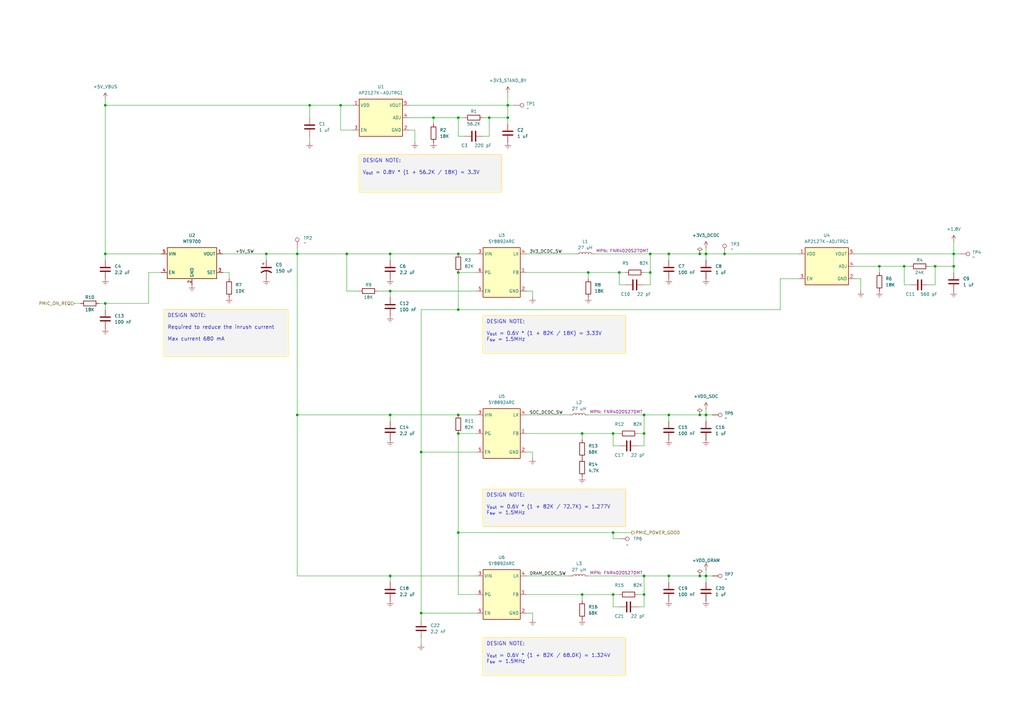
<source format=kicad_sch>
(kicad_sch (version 20250114) (generator "eeschema") (generator_version "9.0")
  (paper "A3")
  (title_block (title "i.MX6 Demo Board") (date "2026-02-16") (rev "01") (company "ts-manuel"))
  (text_box "DESIGN NOTE:\n\nV_{out} = 0.6V * (1 + 82K / 72.7K) = 1.277V\nF_{sw} = 1.5MHz" (at 198.12 200.66 0) (size 58.42 15.24) (margins 1.375 1.375 1.375 1.375) (stroke (width 0.5) (color 255 229 153 1)) (fill (type color) (color 243 243 243 1)) (effects (font (size 1.5 1.5)) (justify left top)))
  (text_box "DESIGN NOTE:\n\nV_{out} = 0.8V * (1 + 56.2K / 18K) = 3.3V" (at 147.32 63.5 0) (size 58.42 15.24) (margins 1.375 1.375 1.375 1.375) (stroke (width 0.5) (color 255 229 153 1)) (fill (type color) (color 243 243 243 1)) (effects (font (size 1.5 1.5)) (justify left top)))
  (text_box "DESIGN NOTE:\n\nV_{out} = 0.6V * (1 + 82K / 68.0K) = 1.324V\nF_{sw} = 1.5MHz" (at 198.12 261.62 0) (size 58.42 15.24) (margins 1.375 1.375 1.375 1.375) (stroke (width 0.5) (color 255 229 153 1)) (fill (type color) (color 243 243 243 1)) (effects (font (size 1.5 1.5)) (justify left top)))
  (text_box "DESIGN NOTE:\n\nV_{out} = 0.6V * (1 + 82K / 18K) = 3.33V\nF_{sw} = 1.5MHz" (at 198.12 129.54 0) (size 58.42 15.24) (margins 1.375 1.375 1.375 1.375) (stroke (width 0.5) (color 255 229 153 1)) (fill (type color) (color 243 243 243 1)) (effects (font (size 1.5 1.5)) (justify left top)))
  (text_box "DESIGN NOTE:\n\nRequired to reduce the inrush current\n\nMax current 680 mA" (at 67.31 127 0) (size 50.8 19.05) (margins 1.375 1.375 1.375 1.375) (stroke (width 0.5) (color 255 229 153 1)) (fill (type color) (color 243 243 243 1)) (effects (font (size 1.5 1.5)) (justify left top)))
  (junction (at 187.96 177.8))
  (junction (at 160.02 119.38))
  (junction (at 200.66 48.26))
  (junction (at 264.16 243.84))
  (junction (at 187.96 218.44))
  (junction (at 241.3 111.76))
  (junction (at 251.46 243.84))
  (junction (at 160.02 170.18))
  (junction (at 43.18 124.46))
  (junction (at 208.28 48.26))
  (junction (at 160.02 236.22))
  (junction (at 172.72 251.46))
  (junction (at 238.76 177.8))
  (junction (at 43.18 104.14))
  (junction (at 287.02 170.18))
  (junction (at 187.96 111.76))
  (junction (at 264.16 177.8))
  (junction (at 172.72 185.42))
  (junction (at 251.46 177.8))
  (junction (at 266.7 104.14))
  (junction (at 187.96 104.14))
  (junction (at 274.32 236.22))
  (junction (at 187.96 170.18))
  (junction (at 208.28 43.18))
  (junction (at 177.8 48.26))
  (junction (at 289.56 236.22))
  (junction (at 264.16 236.22))
  (junction (at 160.02 104.14))
  (junction (at 121.92 170.18))
  (junction (at 370.84 109.22))
  (junction (at 266.7 111.76))
  (junction (at 287.02 236.22))
  (junction (at 297.18 104.14))
  (junction (at 383.54 109.22))
  (junction (at 142.24 104.14))
  (junction (at 264.16 170.18))
  (junction (at 391.16 104.14))
  (junction (at 289.56 170.18))
  (junction (at 360.68 109.22))
  (junction (at 121.92 104.14))
  (junction (at 251.46 218.44))
  (junction (at 254 111.76))
  (junction (at 391.16 109.22))
  (junction (at 187.96 48.26))
  (junction (at 187.96 127))
  (junction (at 238.76 243.84))
  (junction (at 139.7 43.18))
  (junction (at 43.18 43.18))
  (junction (at 289.56 104.14))
  (junction (at 287.02 104.14))
  (junction (at 127 43.18))
  (junction (at 274.32 104.14))
  (junction (at 274.32 170.18))
  (junction (at 109.22 104.14))
  (wire (pts (xy 289.56 167.64) (xy 289.56 170.18)))
  (wire (pts (xy 264.16 243.84) (xy 261.62 243.84)))
  (wire (pts (xy 289.56 233.68) (xy 289.56 236.22)))
  (wire (pts (xy 297.18 104.14) (xy 327.66 104.14)))
  (wire (pts (xy 215.9 119.38) (xy 218.44 119.38)))
  (wire (pts (xy 187.96 243.84) (xy 195.58 243.84)))
  (wire (pts (xy 160.02 119.38) (xy 195.58 119.38)))
  (wire (pts (xy 187.96 55.88) (xy 190.5 55.88)))
  (wire (pts (xy 187.96 127) (xy 172.72 127)))
  (wire (pts (xy 370.84 109.22) (xy 370.84 116.84)))
  (wire (pts (xy 215.9 185.42) (xy 218.44 185.42)))
  (wire (pts (xy 109.22 104.14) (xy 121.92 104.14)))
  (wire (pts (xy 172.72 185.42) (xy 195.58 185.42)))
  (wire (pts (xy 160.02 170.18) (xy 187.96 170.18)))
  (wire (pts (xy 289.56 236.22) (xy 289.56 238.76)))
  (wire (pts (xy 160.02 236.22) (xy 160.02 238.76)))
  (wire (pts (xy 121.92 170.18) (xy 121.92 236.22)))
  (wire (pts (xy 266.7 111.76) (xy 266.7 116.84)))
  (wire (pts (xy 198.12 55.88) (xy 200.66 55.88)))
  (wire (pts (xy 289.56 170.18) (xy 287.02 170.18)))
  (wire (pts (xy 208.28 48.26) (xy 208.28 50.8)))
  (wire (pts (xy 264.16 236.22) (xy 264.16 243.84)))
  (wire (pts (xy 187.96 48.26) (xy 187.96 55.88)))
  (wire (pts (xy 208.28 43.18) (xy 208.28 48.26)))
  (wire (pts (xy 264.16 170.18) (xy 264.16 177.8)))
  (wire (pts (xy 360.68 109.22) (xy 360.68 111.76)))
  (wire (pts (xy 127 55.88) (xy 127 58.42)))
  (wire (pts (xy 370.84 109.22) (xy 373.38 109.22)))
  (wire (pts (xy 350.52 104.14) (xy 391.16 104.14)))
  (wire (pts (xy 60.96 124.46) (xy 60.96 111.76)))
  (wire (pts (xy 243.84 104.14) (xy 266.7 104.14)))
  (wire (pts (xy 251.46 218.44) (xy 251.46 220.98)))
  (wire (pts (xy 109.22 104.14) (xy 109.22 106.68)))
  (wire (pts (xy 43.18 43.18) (xy 127 43.18)))
  (wire (pts (xy 264.16 243.84) (xy 264.16 248.92)))
  (wire (pts (xy 289.56 236.22) (xy 287.02 236.22)))
  (wire (pts (xy 287.02 236.22) (xy 274.32 236.22)))
  (wire (pts (xy 289.56 170.18) (xy 289.56 172.72)))
  (wire (pts (xy 40.64 124.46) (xy 43.18 124.46)))
  (wire (pts (xy 172.72 127) (xy 172.72 185.42)))
  (wire (pts (xy 360.68 109.22) (xy 370.84 109.22)))
  (wire (pts (xy 254 243.84) (xy 251.46 243.84)))
  (wire (pts (xy 350.52 109.22) (xy 360.68 109.22)))
  (wire (pts (xy 254 116.84) (xy 254 111.76)))
  (wire (pts (xy 121.92 170.18) (xy 160.02 170.18)))
  (wire (pts (xy 187.96 111.76) (xy 195.58 111.76)))
  (wire (pts (xy 93.98 111.76) (xy 93.98 114.3)))
  (wire (pts (xy 241.3 170.18) (xy 264.16 170.18)))
  (wire (pts (xy 198.12 48.26) (xy 200.66 48.26)))
  (wire (pts (xy 60.96 111.76) (xy 66.04 111.76)))
  (wire (pts (xy 43.18 124.46) (xy 60.96 124.46)))
  (wire (pts (xy 127 43.18) (xy 139.7 43.18)))
  (wire (pts (xy 154.94 119.38) (xy 160.02 119.38)))
  (wire (pts (xy 350.52 114.3) (xy 353.06 114.3)))
  (wire (pts (xy 383.54 109.22) (xy 383.54 116.84)))
  (wire (pts (xy 238.76 243.84) (xy 251.46 243.84)))
  (wire (pts (xy 187.96 218.44) (xy 251.46 218.44)))
  (wire (pts (xy 289.56 170.18) (xy 292.1 170.18)))
  (wire (pts (xy 160.02 170.18) (xy 160.02 172.72)))
  (wire (pts (xy 251.46 218.44) (xy 259.08 218.44)))
  (wire (pts (xy 289.56 101.6) (xy 289.56 104.14)))
  (wire (pts (xy 238.76 177.8) (xy 251.46 177.8)))
  (wire (pts (xy 266.7 104.14) (xy 274.32 104.14)))
  (wire (pts (xy 142.24 104.14) (xy 160.02 104.14)))
  (wire (pts (xy 167.64 48.26) (xy 177.8 48.26)))
  (wire (pts (xy 289.56 104.14) (xy 297.18 104.14)))
  (wire (pts (xy 187.96 177.8) (xy 195.58 177.8)))
  (wire (pts (xy 43.18 40.64) (xy 43.18 43.18)))
  (wire (pts (xy 264.16 170.18) (xy 274.32 170.18)))
  (wire (pts (xy 43.18 104.14) (xy 66.04 104.14)))
  (wire (pts (xy 289.56 236.22) (xy 292.1 236.22)))
  (wire (pts (xy 238.76 246.38) (xy 238.76 243.84)))
  (wire (pts (xy 200.66 48.26) (xy 200.66 55.88)))
  (wire (pts (xy 139.7 53.34) (xy 144.78 53.34)))
  (wire (pts (xy 254 182.88) (xy 251.46 182.88)))
  (wire (pts (xy 167.64 43.18) (xy 208.28 43.18)))
  (wire (pts (xy 215.9 251.46) (xy 218.44 251.46)))
  (wire (pts (xy 215.9 111.76) (xy 241.3 111.76)))
  (wire (pts (xy 266.7 104.14) (xy 266.7 111.76)))
  (wire (pts (xy 215.9 236.22) (xy 233.68 236.22)))
  (wire (pts (xy 139.7 43.18) (xy 144.78 43.18)))
  (wire (pts (xy 391.16 104.14) (xy 391.16 109.22)))
  (wire (pts (xy 218.44 119.38) (xy 218.44 121.92)))
  (wire (pts (xy 391.16 99.06) (xy 391.16 104.14)))
  (wire (pts (xy 215.9 170.18) (xy 233.68 170.18)))
  (wire (pts (xy 264.16 177.8) (xy 261.62 177.8)))
  (wire (pts (xy 251.46 248.92) (xy 251.46 243.84)))
  (wire (pts (xy 320.04 114.3) (xy 327.66 114.3)))
  (wire (pts (xy 121.92 104.14) (xy 121.92 170.18)))
  (wire (pts (xy 172.72 261.62) (xy 172.72 264.16)))
  (wire (pts (xy 215.9 243.84) (xy 238.76 243.84)))
  (wire (pts (xy 215.9 104.14) (xy 236.22 104.14)))
  (wire (pts (xy 121.92 104.14) (xy 142.24 104.14)))
  (wire (pts (xy 172.72 251.46) (xy 195.58 251.46)))
  (wire (pts (xy 208.28 38.1) (xy 208.28 43.18)))
  (wire (pts (xy 218.44 185.42) (xy 218.44 187.96)))
  (wire (pts (xy 177.8 48.26) (xy 177.8 50.8)))
  (wire (pts (xy 264.16 177.8) (xy 264.16 182.88)))
  (wire (pts (xy 254 248.92) (xy 251.46 248.92)))
  (wire (pts (xy 139.7 43.18) (xy 139.7 53.34)))
  (wire (pts (xy 241.3 236.22) (xy 264.16 236.22)))
  (wire (pts (xy 274.32 236.22) (xy 274.32 238.76)))
  (wire (pts (xy 391.16 104.14) (xy 393.7 104.14)))
  (wire (pts (xy 266.7 111.76) (xy 264.16 111.76)))
  (wire (pts (xy 142.24 104.14) (xy 142.24 119.38)))
  (wire (pts (xy 287.02 170.18) (xy 274.32 170.18)))
  (wire (pts (xy 30.48 124.46) (xy 33.02 124.46)))
  (wire (pts (xy 172.72 251.46) (xy 172.72 254)))
  (wire (pts (xy 167.64 53.34) (xy 170.18 53.34)))
  (wire (pts (xy 170.18 53.34) (xy 170.18 58.42)))
  (wire (pts (xy 251.46 220.98) (xy 254 220.98)))
  (wire (pts (xy 274.32 104.14) (xy 287.02 104.14)))
  (wire (pts (xy 142.24 119.38) (xy 147.32 119.38)))
  (wire (pts (xy 238.76 180.34) (xy 238.76 177.8)))
  (wire (pts (xy 91.44 104.14) (xy 109.22 104.14)))
  (wire (pts (xy 353.06 114.3) (xy 353.06 119.38)))
  (wire (pts (xy 391.16 109.22) (xy 391.16 111.76)))
  (wire (pts (xy 177.8 48.26) (xy 187.96 48.26)))
  (wire (pts (xy 289.56 104.14) (xy 289.56 106.68)))
  (wire (pts (xy 187.96 48.26) (xy 190.5 48.26)))
  (wire (pts (xy 43.18 43.18) (xy 43.18 104.14)))
  (wire (pts (xy 274.32 170.18) (xy 274.32 172.72)))
  (wire (pts (xy 200.66 48.26) (xy 208.28 48.26)))
  (wire (pts (xy 241.3 114.3) (xy 241.3 111.76)))
  (wire (pts (xy 187.96 170.18) (xy 195.58 170.18)))
  (wire (pts (xy 266.7 116.84) (xy 264.16 116.84)))
  (wire (pts (xy 187.96 218.44) (xy 187.96 243.84)))
  (wire (pts (xy 187.96 127) (xy 320.04 127)))
  (wire (pts (xy 121.92 236.22) (xy 160.02 236.22)))
  (wire (pts (xy 121.92 101.6) (xy 121.92 104.14)))
  (wire (pts (xy 160.02 236.22) (xy 195.58 236.22)))
  (wire (pts (xy 43.18 104.14) (xy 43.18 106.68)))
  (wire (pts (xy 187.96 111.76) (xy 187.96 127)))
  (wire (pts (xy 320.04 114.3) (xy 320.04 127)))
  (wire (pts (xy 251.46 182.88) (xy 251.46 177.8)))
  (wire (pts (xy 383.54 109.22) (xy 391.16 109.22)))
  (wire (pts (xy 160.02 104.14) (xy 187.96 104.14)))
  (wire (pts (xy 241.3 111.76) (xy 254 111.76)))
  (wire (pts (xy 187.96 177.8) (xy 187.96 218.44)))
  (wire (pts (xy 160.02 104.14) (xy 160.02 106.68)))
  (wire (pts (xy 381 109.22) (xy 383.54 109.22)))
  (wire (pts (xy 208.28 43.18) (xy 210.82 43.18)))
  (wire (pts (xy 187.96 104.14) (xy 195.58 104.14)))
  (wire (pts (xy 215.9 177.8) (xy 238.76 177.8)))
  (wire (pts (xy 91.44 111.76) (xy 93.98 111.76)))
  (wire (pts (xy 370.84 116.84) (xy 373.38 116.84)))
  (wire (pts (xy 274.32 104.14) (xy 274.32 106.68)))
  (wire (pts (xy 43.18 124.46) (xy 43.18 127)))
  (wire (pts (xy 289.56 104.14) (xy 287.02 104.14)))
  (wire (pts (xy 256.54 116.84) (xy 254 116.84)))
  (wire (pts (xy 172.72 185.42) (xy 172.72 251.46)))
  (wire (pts (xy 256.54 111.76) (xy 254 111.76)))
  (wire (pts (xy 254 177.8) (xy 251.46 177.8)))
  (wire (pts (xy 127 43.18) (xy 127 48.26)))
  (wire (pts (xy 264.16 236.22) (xy 274.32 236.22)))
  (wire (pts (xy 381 116.84) (xy 383.54 116.84)))
  (wire (pts (xy 218.44 251.46) (xy 218.44 254)))
  (wire (pts (xy 264.16 248.92) (xy 261.62 248.92)))
  (wire (pts (xy 264.16 182.88) (xy 261.62 182.88)))
  (wire (pts (xy 160.02 119.38) (xy 160.02 121.92)))
  (label "3V3_DCDC_SW" (at 217.17 104.14 0))
  (label "SOC_DCDC_SW" (at 217.17 170.18 0))
  (label "DRAM_DCDC_SW" (at 217.17 236.22 0))
  (label "+5V_SW" (at 96.52 104.14 0))
  (hierarchical_label "PMIC_ON_REQ" (shape input) (at 30.48 124.46 180))
  (hierarchical_label "PMIC_POWER_GOOD" (shape output) (at 259.08 218.44 0))
  (symbol (lib_id "ts_database:Capacitors/CAP_0402-100n-50V-X7R-10%") (at 274.32 110.49 0) (unit 1)
    (property "Reference" "C7" (at 278.13 109.2199 0) (effects (justify left)))
    (property "Value" "100 nF" (at 278.13 111.7599 0) (effects (justify left)))
    (property "Footprint" "ts_Passives:CAP-0402" (effects (hide yes)))
    (property "Description" "MLCC - SMD 0402 100nF 50V X7R 10%" (effects (hide yes)))
    (property "Voltage" "50 V" (effects (hide yes)))
    (property "Dielectric" "X7R" (effects (hide yes)))
    (property "Tollerance" "10 %" (effects (hide yes)))
    (property "Manufacturer" "Generic" (effects (hide yes)))
    (property "LCSC" "C77020" (effects (hide yes)))
  )
  (symbol (lib_id "-- database:Capacitors/CAP_0603-1u-50V-X7R-10%") (at 208.28 54.61 0) (unit 1)
    (property "Reference" "C2" (at 212.09 53.3399 0) (effects (justify left)))
    (property "Value" "1 uF" (at 212.09 55.8799 0) (effects (justify left)))
    (property "Footprint" "ts_Passives:CAP-0603" (effects (hide yes)))
    (property "Description" "MLCC - SMD 0603 1uF 50V X7R 10%" (effects (hide yes)))
    (property "Voltage" "50 V" (effects (hide yes)))
    (property "Dielectric" "X7R" (effects (hide yes)))
    (property "Tollerance" "10 %" (effects (hide yes)))
    (property "Manufacturer" "Generic" (effects (hide yes)))
    (property "LCSC" "C90540" (effects (hide yes)))
  )
  (symbol (lib_id "-- database:Capacitors/CAP_0402-560p-50V-NP0-5%") (at 377.19 116.84 90) (unit 1)
    (property "Reference" "C11" (at 373.38 120.65 90))
    (property "Value" "560 pF" (at 381 120.65 90))
    (property "Footprint" "ts_Passives:CAP-0402" (effects (hide yes)))
    (property "Description" "MLCC - SMD 0402 560pF 50V NP0 5%" (effects (hide yes)))
    (property "Voltage" "50 V" (effects (hide yes)))
    (property "Dielectric" "NP0" (effects (hide yes)))
    (property "Tollerance" "5 %" (effects (hide yes)))
    (property "Manufacturer" "Generic" (effects (hide yes)))
    (property "Mouser" "603-CC402JRNPO9BN561" (effects (hide yes)))
    (property "LCSC" "C107008" (effects (hide yes)))
  )
  (symbol (lib_id "-- database:Capacitors/CAP_0402-220p-50V-NP0-5%") (at 194.31 55.88 90) (unit 1)
    (property "Reference" "C3" (at 190.5 59.69 90))
    (property "Value" "220 pF" (at 198.12 59.69 90))
    (property "Footprint" "ts_Passives:CAP-0402" (effects (hide yes)))
    (property "Description" "MLCC - SMD 0402 220pF 50V NP0 5%" (effects (hide yes)))
    (property "Voltage" "50 V" (effects (hide yes)))
    (property "Dielectric" "NP0" (effects (hide yes)))
    (property "Tollerance" "5 %" (effects (hide yes)))
    (property "Manufacturer" "Generic" (effects (hide yes)))
    (property "LCSC" "C107001" (effects (hide yes)))
  )
  (symbol (lib_id "-- database:Resistors/RES-SMD-0402-24K-1/16W-1%") (at 377.19 109.22 90) (unit 1)
    (property "Reference" "R4" (at 377.19 106.68 90))
    (property "Value" "24K" (at 377.19 111.76 90))
    (property "Footprint" "ts_Passives:RES-0402" (effects (hide yes)))
    (property "Description" "Thick Film Resistor - SMD 0402 24K 1% 1/16W" (effects (hide yes)))
    (property "Tollerance" "1%" (effects (hide yes)))
    (property "Power" "1/16W" (effects (hide yes)))
    (property "Manufacturer" "Generic" (effects (hide yes)))
    (property "Mouser" "603-RC0402FR-0724KL" (effects (hide yes)))
    (property "LCSC" "C409902" (effects (hide yes)))
    (property "Stock" "0" (effects (hide yes)))
  )
  (symbol (lib_id "-- database:Capacitors/CAP_0402-22p-50V-NP0-5%") (at 257.81 248.92 90) (unit 1)
    (property "Reference" "C21" (at 254 252.73 90))
    (property "Value" "22 pF" (at 261.62 252.73 90))
    (property "Footprint" "ts_Passives:CAP-0402" (effects (hide yes)))
    (property "Description" "MLCC - SMD 0402 22pF 50V NP0 5%" (effects (hide yes)))
    (property "Voltage" "50 V" (effects (hide yes)))
    (property "Dielectric" "NP0" (effects (hide yes)))
    (property "Tollerance" "5 %" (effects (hide yes)))
    (property "Manufacturer" "Generic" (effects (hide yes)))
    (property "LCSC" "C5137569" (effects (hide yes)))
  )
  (symbol (lib_id "power:GNDREF") (at 177.8 58.42 0) (unit 1)
    (property "Reference" "#PWR05" (effects (hide yes)))
    (property "Value" "GNDREF" (effects (hide yes)))
    (property "Description" "Power symbol creates a global label with name \"GNDREF\" , reference supply ground" (effects (hide yes)))
  )
  (symbol (lib_id "power:GNDREF") (at 274.32 246.38 0) (unit 1)
    (property "Reference" "#PWR031" (effects (hide yes)))
    (property "Value" "GNDREF" (effects (hide yes)))
    (property "Description" "Power symbol creates a global label with name \"GNDREF\" , reference supply ground" (effects (hide yes)))
  )
  (symbol (lib_id "power:GNDREF") (at 93.98 121.92 0) (unit 1)
    (property "Reference" "#PWR018" (effects (hide yes)))
    (property "Value" "GNDREF" (effects (hide yes)))
    (property "Description" "Power symbol creates a global label with name \"GNDREF\" , reference supply ground" (effects (hide yes)))
  )
  (symbol (lib_id "ts_database:Resistors/RES-SMD-0402-68K-1/16W-1%") (at 238.76 184.15 0) (unit 1)
    (property "Reference" "R13" (at 241.3 182.8799 0) (effects (justify left)))
    (property "Value" "68K" (at 241.3 185.4199 0) (effects (justify left)))
    (property "Footprint" "ts_Passives:RES-0402" (effects (hide yes)))
    (property "Description" "Thick Film Resistor - SMD 0402 68K 1% 1/16W" (effects (hide yes)))
    (property "Tollerance" "1%" (effects (hide yes)))
    (property "Power" "1/16W" (effects (hide yes)))
    (property "Manufacturer" "Generic" (effects (hide yes)))
    (property "Mouser" "603-RC0402FR-0768KL" (effects (hide yes)))
    (property "LCSC" "C36871" (effects (hide yes)))
    (property "Stock" "0" (effects (hide yes)))
  )
  (symbol (lib_id "ts_database:Capacitors/CAP_0402-100n-50V-X7R-10%") (at 274.32 242.57 0) (unit 1)
    (property "Reference" "C19" (at 278.13 241.2999 0) (effects (justify left)))
    (property "Value" "100 nF" (at 278.13 243.8399 0) (effects (justify left)))
    (property "Footprint" "ts_Passives:CAP-0402" (effects (hide yes)))
    (property "Description" "MLCC - SMD 0402 100nF 50V X7R 10%" (effects (hide yes)))
    (property "Voltage" "50 V" (effects (hide yes)))
    (property "Dielectric" "X7R" (effects (hide yes)))
    (property "Tollerance" "10 %" (effects (hide yes)))
    (property "Manufacturer" "Generic" (effects (hide yes)))
    (property "LCSC" "C77020" (effects (hide yes)))
  )
  (symbol (lib_id "power:GNDREF") (at 160.02 114.3 0) (unit 1)
    (property "Reference" "#PWR011" (effects (hide yes)))
    (property "Value" "GNDREF" (effects (hide yes)))
    (property "Description" "Power symbol creates a global label with name \"GNDREF\" , reference supply ground" (effects (hide yes)))
  )
  (symbol (lib_id "ts_database:Resistors/RES-SMD-0402-4K7-1/16W-1%") (at 238.76 191.77 0) (unit 1)
    (property "Reference" "R14" (at 241.3 190.4999 0) (effects (justify left)))
    (property "Value" "4.7K" (at 241.3 193.0399 0) (effects (justify left)))
    (property "Footprint" "ts_Passives:RES-0402" (effects (hide yes)))
    (property "Description" "Thick Film Resistor - SMD 0402 4.7K 1% 1/16W" (effects (hide yes)))
    (property "Tollerance" "1%" (effects (hide yes)))
    (property "Power" "1/16W" (effects (hide yes)))
    (property "Manufacturer" "Generic" (effects (hide yes)))
    (property "Mouser" "603-RC0402FR-074K7L" (effects (hide yes)))
    (property "LCSC" "C105871" (effects (hide yes)))
    (property "Stock" "0" (effects (hide yes)))
  )
  (symbol (lib_id "ts_database:Capacitors/CAP_0402-100n-50V-X7R-10%") (at 274.32 176.53 0) (unit 1)
    (property "Reference" "C15" (at 278.13 175.2599 0) (effects (justify left)))
    (property "Value" "100 nF" (at 278.13 177.7999 0) (effects (justify left)))
    (property "Footprint" "ts_Passives:CAP-0402" (effects (hide yes)))
    (property "Description" "MLCC - SMD 0402 100nF 50V X7R 10%" (effects (hide yes)))
    (property "Voltage" "50 V" (effects (hide yes)))
    (property "Dielectric" "X7R" (effects (hide yes)))
    (property "Tollerance" "10 %" (effects (hide yes)))
    (property "Manufacturer" "Generic" (effects (hide yes)))
    (property "LCSC" "C77020" (effects (hide yes)))
  )
  (symbol (lib_id "power:GNDREF") (at 172.72 264.16 0) (unit 1)
    (property "Reference" "#PWR035" (effects (hide yes)))
    (property "Value" "GNDREF" (effects (hide yes)))
    (property "Description" "Power symbol creates a global label with name \"GNDREF\" , reference supply ground" (effects (hide yes)))
  )
  (symbol (lib_id "power:GNDREF") (at 109.22 114.3 0) (unit 1)
    (property "Reference" "#PWR010" (effects (hide yes)))
    (property "Value" "GNDREF" (effects (hide yes)))
    (property "Description" "Power symbol creates a global label with name \"GNDREF\" , reference supply ground" (effects (hide yes)))
  )
  (symbol (lib_id "-- database:Capacitors/CAP_0402-22p-50V-NP0-5%") (at 257.81 182.88 90) (unit 1)
    (property "Reference" "C17" (at 254 186.69 90))
    (property "Value" "22 pF" (at 261.62 186.69 90))
    (property "Footprint" "ts_Passives:CAP-0402" (effects (hide yes)))
    (property "Description" "MLCC - SMD 0402 22pF 50V NP0 5%" (effects (hide yes)))
    (property "Voltage" "50 V" (effects (hide yes)))
    (property "Dielectric" "NP0" (effects (hide yes)))
    (property "Tollerance" "5 %" (effects (hide yes)))
    (property "Manufacturer" "Generic" (effects (hide yes)))
    (property "LCSC" "C5137569" (effects (hide yes)))
  )
  (symbol (lib_id "ts_database:Resistors/RES-SMD-0402-68K-1/16W-1%") (at 238.76 250.19 0) (unit 1)
    (property "Reference" "R16" (at 241.3 248.9199 0) (effects (justify left)))
    (property "Value" "68K" (at 241.3 251.4599 0) (effects (justify left)))
    (property "Footprint" "ts_Passives:RES-0402" (effects (hide yes)))
    (property "Description" "Thick Film Resistor - SMD 0402 68K 1% 1/16W" (effects (hide yes)))
    (property "Tollerance" "1%" (effects (hide yes)))
    (property "Power" "1/16W" (effects (hide yes)))
    (property "Manufacturer" "Generic" (effects (hide yes)))
    (property "Mouser" "603-RC0402FR-0768KL" (effects (hide yes)))
    (property "LCSC" "C36871" (effects (hide yes)))
    (property "Stock" "0" (effects (hide yes)))
  )
  (symbol (lib_id "-- database:Integrated/INT-MT9700") (at 68.58 101.6 0) (unit 1)
    (property "Reference" "U2" (at 78.74 96.52 0))
    (property "Value" "MT9700" (at 78.74 99.06 0))
    (property "Footprint" "Package_TO_SOT_SMD:SOT-23-5" (effects (hide yes)))
    (property "Datasheet" "https://wmsc.lcsc.com/wmsc/upload/file/pdf/v2/lcsc/1809291208_XI-AN-Aerosemi-Tech-MT9700_C89855.pdf" (effects (hide yes)))
    (property "Description" "SOT23-5 - Power Distribution Switch 80mOhm Fast Response Adjustable Current Limit" (effects (hide yes)))
    (property "LCSC" "C89855" (effects (hide yes)))
    (property "Manufacturer" "XI'AN Aerosemi Tech" (effects (hide yes)))
    (property "MPN" "MT9700" (effects (hide yes)))
    (property "Stock" "0" (effects (hide yes)))
  )
  (symbol (lib_id "power:GNDREF") (at 43.18 114.3 0) (unit 1)
    (property "Reference" "#PWR09" (effects (hide yes)))
    (property "Value" "GNDREF" (effects (hide yes)))
    (property "Description" "Power symbol creates a global label with name \"GNDREF\" , reference supply ground" (effects (hide yes)))
  )
  (symbol (lib_id "-- database:Capacitors/CAP_0603-1u-50V-X7R-10%") (at 391.16 115.57 0) (unit 1)
    (property "Reference" "C9" (at 394.97 114.2999 0) (effects (justify left)))
    (property "Value" "1 uF" (at 394.97 116.8399 0) (effects (justify left)))
    (property "Footprint" "ts_Passives:CAP-0603" (effects (hide yes)))
    (property "Description" "MLCC - SMD 0603 1uF 50V X7R 10%" (effects (hide yes)))
    (property "Voltage" "50 V" (effects (hide yes)))
    (property "Dielectric" "X7R" (effects (hide yes)))
    (property "Tollerance" "10 %" (effects (hide yes)))
    (property "Manufacturer" "Generic" (effects (hide yes)))
    (property "LCSC" "C90540" (effects (hide yes)))
  )
  (symbol (lib_id "power:GNDREF") (at 218.44 187.96 0) (unit 1)
    (property "Reference" "#PWR027" (effects (hide yes)))
    (property "Value" "GNDREF" (effects (hide yes)))
    (property "Description" "Power symbol creates a global label with name \"GNDREF\" , reference supply ground" (effects (hide yes)))
  )
  (symbol (lib_id "power:GNDREF") (at 289.56 114.3 0) (unit 1)
    (property "Reference" "#PWR013" (effects (hide yes)))
    (property "Value" "GNDREF" (effects (hide yes)))
    (property "Description" "Power symbol creates a global label with name \"GNDREF\" , reference supply ground" (effects (hide yes)))
  )
  (symbol (lib_id "-- database:Integrated/INT-SY8892ARC") (at 198.12 101.6 0) (unit 1)
    (property "Reference" "U3" (at 205.74 96.52 0))
    (property "Value" "SY8892ARC" (at 205.74 99.06 0))
    (property "Footprint" "Package_TO_SOT_SMD:SOT-563" (effects (hide yes)))
    (property "Datasheet" "https://wmsc.lcsc.com/wmsc/upload/file/pdf/v2/lcsc/2206271801_Silergy-Corp-SY8892ARC_C3151908.pdf" (effects (hide yes)))
    (property "Description" "SOT563 - Buck Converter 1.5MHz Synchronous 2A with Enable and Power Good" (effects (hide yes)))
    (property "LCSC" "C3151908" (effects (hide yes)))
    (property "Manufacturer" "Silergy" (effects (hide yes)))
    (property "MPN" "SY8892ARC" (effects (hide yes)))
    (property "Stock" "0" (effects (hide yes)))
  )
  (symbol (lib_id "power:GNDREF") (at 238.76 195.58 0) (unit 1)
    (property "Reference" "#PWR028" (effects (hide yes)))
    (property "Value" "GNDREF" (effects (hide yes)))
    (property "Description" "Power symbol creates a global label with name \"GNDREF\" , reference supply ground" (effects (hide yes)))
  )
  (symbol (lib_id "-- database:Capacitors/CAP_0603-1u-50V-X7R-10%") (at 289.56 110.49 0) (unit 1)
    (property "Reference" "C8" (at 293.37 109.2199 0) (effects (justify left)))
    (property "Value" "1 uF" (at 293.37 111.7599 0) (effects (justify left)))
    (property "Footprint" "ts_Passives:CAP-0603" (effects (hide yes)))
    (property "Description" "MLCC - SMD 0603 1uF 50V X7R 10%" (effects (hide yes)))
    (property "Voltage" "50 V" (effects (hide yes)))
    (property "Dielectric" "X7R" (effects (hide yes)))
    (property "Tollerance" "10 %" (effects (hide yes)))
    (property "Manufacturer" "Generic" (effects (hide yes)))
    (property "LCSC" "C90540" (effects (hide yes)))
  )
  (symbol (lib_id "power:PWR_FLAG") (at 287.02 170.18 0) (unit 1)
    (property "Reference" "#FLG02" (effects (hide yes)))
    (property "Value" "PWR_FLAG" (effects (hide yes)))
    (property "Description" "Special symbol for telling ERC where power comes from" (effects (hide yes)))
  )
  (symbol (lib_id "-- database:Resistors/RES-SMD-0402-82K-1/16W-1%") (at 257.81 177.8 90) (unit 1)
    (property "Reference" "R12" (at 254 173.99 90))
    (property "Value" "82K" (at 261.62 173.99 90))
    (property "Footprint" "ts_Passives:RES-0402" (effects (hide yes)))
    (property "Description" "Thick Film Resistor - SMD 0402 82K 1% 1/16W" (effects (hide yes)))
    (property "Tollerance" "1%" (effects (hide yes)))
    (property "Power" "1/16W" (effects (hide yes)))
    (property "Manufacturer" "Generic" (effects (hide yes)))
    (property "Mouser" "603-RC0402FR-0782KL" (effects (hide yes)))
    (property "LCSC" "C4142" (effects (hide yes)))
    (property "Stock" "0" (effects (hide yes)))
  )
  (symbol (lib_id "-- database:Capacitors/CAP_0603-2.2u-16V-X5R-10%") (at 160.02 176.53 0) (unit 1)
    (property "Reference" "C14" (at 163.83 175.2599 0) (effects (justify left)))
    (property "Value" "2.2 uF" (at 163.83 177.7999 0) (effects (justify left)))
    (property "Footprint" "ts_Passives:CAP-0603" (effects (hide yes)))
    (property "Description" "MLCC - SMD 0603 2.2uF 16V X5R 10%" (effects (hide yes)))
    (property "Voltage" "16 V" (effects (hide yes)))
    (property "Dielectric" "X5R" (effects (hide yes)))
    (property "Tollerance" "10 %" (effects (hide yes)))
    (property "Manufacturer" "Generic" (effects (hide yes)))
    (property "Mouser" "187-CL21A225KBQNNNE" (effects (hide yes)))
    (property "LCSC" "C23630" (effects (hide yes)))
    (property "Stock" "0" (effects (hide yes)))
  )
  (symbol (lib_id "-- database:Integrated/INT-SY8892ARC") (at 198.12 233.68 0) (unit 1)
    (property "Reference" "U6" (at 205.74 228.6 0))
    (property "Value" "SY8892ARC" (at 205.74 231.14 0))
    (property "Footprint" "Package_TO_SOT_SMD:SOT-563" (effects (hide yes)))
    (property "Datasheet" "https://wmsc.lcsc.com/wmsc/upload/file/pdf/v2/lcsc/2206271801_Silergy-Corp-SY8892ARC_C3151908.pdf" (effects (hide yes)))
    (property "Description" "SOT563 - Buck Converter 1.5MHz Synchronous 2A with Enable and Power Good" (effects (hide yes)))
    (property "LCSC" "C3151908" (effects (hide yes)))
    (property "Manufacturer" "Silergy" (effects (hide yes)))
    (property "MPN" "SY8892ARC" (effects (hide yes)))
    (property "Stock" "0" (effects (hide yes)))
  )
  (symbol (lib_id "-- database:Capacitors/CAP_0402-22p-50V-NP0-5%") (at 260.35 116.84 90) (unit 1)
    (property "Reference" "C10" (at 256.54 120.65 90))
    (property "Value" "22 pF" (at 264.16 120.65 90))
    (property "Footprint" "ts_Passives:CAP-0402" (effects (hide yes)))
    (property "Description" "MLCC - SMD 0402 22pF 50V NP0 5%" (effects (hide yes)))
    (property "Voltage" "50 V" (effects (hide yes)))
    (property "Dielectric" "NP0" (effects (hide yes)))
    (property "Tollerance" "5 %" (effects (hide yes)))
    (property "Manufacturer" "Generic" (effects (hide yes)))
    (property "LCSC" "C5137569" (effects (hide yes)))
  )
  (symbol (lib_id "-- database:Capacitors/CAP_0603-1u-50V-X7R-10%") (at 127 52.07 0) (unit 1)
    (property "Reference" "C1" (at 130.81 50.7999 0) (effects (justify left)))
    (property "Value" "1 uF" (at 130.81 53.3399 0) (effects (justify left)))
    (property "Footprint" "ts_Passives:CAP-0603" (effects (hide yes)))
    (property "Description" "MLCC - SMD 0603 1uF 50V X7R 10%" (effects (hide yes)))
    (property "Voltage" "50 V" (effects (hide yes)))
    (property "Dielectric" "X7R" (effects (hide yes)))
    (property "Tollerance" "10 %" (effects (hide yes)))
    (property "Manufacturer" "Generic" (effects (hide yes)))
    (property "LCSC" "C90540" (effects (hide yes)))
  )
  (symbol (lib_id "-- database:Capacitors/CAP_0603-2.2u-16V-X5R-10%") (at 160.02 110.49 0) (unit 1)
    (property "Reference" "C6" (at 163.83 109.2199 0) (effects (justify left)))
    (property "Value" "2.2 uF" (at 163.83 111.7599 0) (effects (justify left)))
    (property "Footprint" "ts_Passives:CAP-0603" (effects (hide yes)))
    (property "Description" "MLCC - SMD 0603 2.2uF 16V X5R 10%" (effects (hide yes)))
    (property "Voltage" "16 V" (effects (hide yes)))
    (property "Dielectric" "X5R" (effects (hide yes)))
    (property "Tollerance" "10 %" (effects (hide yes)))
    (property "Manufacturer" "Generic" (effects (hide yes)))
    (property "Mouser" "187-CL21A225KBQNNNE" (effects (hide yes)))
    (property "LCSC" "C23630" (effects (hide yes)))
    (property "Stock" "0" (effects (hide yes)))
  )
  (symbol (lib_id "power:GNDREF") (at 241.3 121.92 0) (unit 1)
    (property "Reference" "#PWR020" (effects (hide yes)))
    (property "Value" "GNDREF" (effects (hide yes)))
    (property "Description" "Power symbol creates a global label with name \"GNDREF\" , reference supply ground" (effects (hide yes)))
  )
  (symbol (lib_id "-- database:Inductors/IND_FNR4020S270MT") (at 237.49 170.18 90) (unit 1)
    (property "Reference" "L2" (at 237.49 165.1 90))
    (property "Value" "27 uH" (at 237.49 167.64 90))
    (property "Footprint" "ts_Passives:IND-SMD-FNR4020S" (effects (hide yes)))
    (property "Description" "Wirewound Power Inductor - SMD 4.0x4.0x2.0mm 27uH 1A 0.7Ohm 20%" (effects (hide yes)))
    (property "DC Current" "0.7 A" (effects (hide yes)))
    (property "DC Resitance" "700 mΩ" (effects (hide yes)))
    (property "Tollerance" "20 %" (effects (hide yes)))
    (property "Manufacturer" "Cjiang" (effects (hide yes)))
    (property "MPN" "FNR4020S270MT" (at 252.73 168.91 90) (show_name yes))
    (property "LCSC" "C167839" (effects (hide yes)))
    (property "Stock" "0" (effects (hide yes)))
  )
  (symbol (lib_id "-- database:Resistors/RES-SMD-0402-82K-1/16W-1%") (at 187.96 107.95 0) (unit 1)
    (property "Reference" "R3" (at 190.5 106.6799 0) (effects (justify left)))
    (property "Value" "82K" (at 190.5 109.2199 0) (effects (justify left)))
    (property "Footprint" "ts_Passives:RES-0402" (effects (hide yes)))
    (property "Description" "Thick Film Resistor - SMD 0402 82K 1% 1/16W" (effects (hide yes)))
    (property "Tollerance" "1%" (effects (hide yes)))
    (property "Power" "1/16W" (effects (hide yes)))
    (property "Manufacturer" "Generic" (effects (hide yes)))
    (property "Mouser" "603-RC0402FR-0782KL" (effects (hide yes)))
    (property "LCSC" "C4142" (effects (hide yes)))
    (property "Stock" "0" (effects (hide yes)))
  )
  (symbol (lib_id "-- database:Resistors/RES-SMD-0402-56K2-1/16W-1%") (at 194.31 48.26 90) (unit 1)
    (property "Reference" "R1" (at 194.31 45.72 90))
    (property "Value" "56.2K" (at 194.31 50.8 90))
    (property "Footprint" "ts_Passives:RES-0402" (effects (hide yes)))
    (property "Description" "Thick Film Resistor - SMD 0402 56.2K 1% 1/16W" (effects (hide yes)))
    (property "Tollerance" "1%" (effects (hide yes)))
    (property "Power" "1/16W" (effects (hide yes)))
    (property "Manufacturer" "Generic" (effects (hide yes)))
    (property "Mouser" "603-RC0402FR-0756K2L" (effects (hide yes)))
    (property "LCSC" "C705626" (effects (hide yes)))
    (property "Stock" "0" (effects (hide yes)))
  )
  (symbol (lib_id "power:+9VA") (at 289.56 167.64 0) (unit 1)
    (property "Reference" "#PWR023" (effects (hide yes)))
    (property "Value" "+VDD_SOC" (at 289.56 162.56 0))
    (property "Description" "Power symbol creates a global label with name \"+9VA\"" (effects (hide yes)))
  )
  (symbol (lib_id "-- database:Resistors/RES-SMD-0402-18K-1/16W-1%") (at 177.8 54.61 0) (unit 1)
    (property "Reference" "R2" (at 180.34 53.3399 0) (effects (justify left)))
    (property "Value" "18K" (at 180.34 55.8799 0) (effects (justify left)))
    (property "Footprint" "ts_Passives:RES-0402" (effects (hide yes)))
    (property "Description" "Thick Film Resistor - SMD 0402 18K 1% 1/16W" (effects (hide yes)))
    (property "Tollerance" "1%" (effects (hide yes)))
    (property "Power" "1/16W" (effects (hide yes)))
    (property "Manufacturer" "Generic" (effects (hide yes)))
    (property "Mouser" "603-RC0402FR-0718KL" (effects (hide yes)))
    (property "LCSC" "C25762" (effects (hide yes)))
    (property "Stock" "0" (effects (hide yes)))
  )
  (symbol (lib_id "-- database:Inductors/IND_FNR4020S270MT") (at 237.49 236.22 90) (unit 1)
    (property "Reference" "L3" (at 237.49 231.14 90))
    (property "Value" "27 uH" (at 237.49 233.68 90))
    (property "Footprint" "ts_Passives:IND-SMD-FNR4020S" (effects (hide yes)))
    (property "Description" "Wirewound Power Inductor - SMD 4.0x4.0x2.0mm 27uH 1A 0.7Ohm 20%" (effects (hide yes)))
    (property "DC Current" "0.7 A" (effects (hide yes)))
    (property "DC Resitance" "700 mΩ" (effects (hide yes)))
    (property "Tollerance" "20 %" (effects (hide yes)))
    (property "Manufacturer" "Cjiang" (effects (hide yes)))
    (property "MPN" "FNR4020S270MT" (at 252.73 234.95 90) (show_name yes))
    (property "LCSC" "C167839" (effects (hide yes)))
    (property "Stock" "0" (effects (hide yes)))
  )
  (symbol (lib_id "power:+9VA") (at 289.56 101.6 0) (unit 1)
    (property "Reference" "#PWR08" (effects (hide yes)))
    (property "Value" "+3V3_DCDC" (at 289.56 96.52 0))
    (property "Description" "Power symbol creates a global label with name \"+9VA\"" (effects (hide yes)))
  )
  (symbol (lib_id "power:GNDREF") (at 274.32 180.34 0) (unit 1)
    (property "Reference" "#PWR025" (effects (hide yes)))
    (property "Value" "GNDREF" (effects (hide yes)))
    (property "Description" "Power symbol creates a global label with name \"GNDREF\" , reference supply ground" (effects (hide yes)))
  )
  (symbol (lib_id "-- database:Resistors/RES-SMD-0402-82K-1/16W-1%") (at 187.96 173.99 0) (unit 1)
    (property "Reference" "R11" (at 190.5 172.7199 0) (effects (justify left)))
    (property "Value" "82K" (at 190.5 175.2599 0) (effects (justify left)))
    (property "Footprint" "ts_Passives:RES-0402" (effects (hide yes)))
    (property "Description" "Thick Film Resistor - SMD 0402 82K 1% 1/16W" (effects (hide yes)))
    (property "Tollerance" "1%" (effects (hide yes)))
    (property "Power" "1/16W" (effects (hide yes)))
    (property "Manufacturer" "Generic" (effects (hide yes)))
    (property "Mouser" "603-RC0402FR-0782KL" (effects (hide yes)))
    (property "LCSC" "C4142" (effects (hide yes)))
    (property "Stock" "0" (effects (hide yes)))
  )
  (symbol (lib_id "-- database:Capacitors/CAP_0603-1u-50V-X7R-10%") (at 289.56 176.53 0) (unit 1)
    (property "Reference" "C16" (at 293.37 175.2599 0) (effects (justify left)))
    (property "Value" "1 uF" (at 293.37 177.7999 0) (effects (justify left)))
    (property "Footprint" "ts_Passives:CAP-0603" (effects (hide yes)))
    (property "Description" "MLCC - SMD 0603 1uF 50V X7R 10%" (effects (hide yes)))
    (property "Voltage" "50 V" (effects (hide yes)))
    (property "Dielectric" "X7R" (effects (hide yes)))
    (property "Tollerance" "10 %" (effects (hide yes)))
    (property "Manufacturer" "Generic" (effects (hide yes)))
    (property "LCSC" "C90540" (effects (hide yes)))
  )
  (symbol (lib_id "power:GNDREF") (at 353.06 119.38 0) (unit 1)
    (property "Reference" "#PWR015" (effects (hide yes)))
    (property "Value" "GNDREF" (effects (hide yes)))
    (property "Description" "Power symbol creates a global label with name \"GNDREF\" , reference supply ground" (effects (hide yes)))
  )
  (symbol (lib_id "-- database:Integrated/INT-AP2127K-ADJTRG1") (at 147.32 40.64 0) (unit 1)
    (property "Reference" "U1" (at 156.21 35.56 0))
    (property "Value" "AP2127K-ADJTRG1" (at 156.21 38.1 0))
    (property "Footprint" "Package_TO_SOT_SMD:SOT-23-5" (effects (hide yes)))
    (property "Datasheet" "https://wmsc.lcsc.com/wmsc/upload/file/pdf/v2/lcsc/2304140030_Diodes-Incorporated-AP2127K-ADJTRG1_C96343.pdf" (effects (hide yes)))
    (property "Description" "SOT23-5 - LDO ADJ Output Voltage, 6 V Maximum Input Voltage, 400 mA Output Current" (effects (hide yes)))
    (property "LCSC" "C96343" (effects (hide yes)))
    (property "Mouser" "621-AP2127K-ADJTRG1" (effects (hide yes)))
    (property "Manufacturer" "Diodes Incorporated" (effects (hide yes)))
    (property "MPN" "AP2127K-ADJTRG1" (effects (hide yes)))
    (property "Stock" "0" (effects (hide yes)))
  )
  (symbol (lib_id "power:GNDREF") (at 208.28 58.42 0) (unit 1)
    (property "Reference" "#PWR06" (effects (hide yes)))
    (property "Value" "GNDREF" (effects (hide yes)))
    (property "Description" "Power symbol creates a global label with name \"GNDREF\" , reference supply ground" (effects (hide yes)))
  )
  (symbol (lib_id "-- database:Generic/TP_ROUND-1PAD") (at 254 220.98 270) (unit 1) (in_bom no)
    (property "Reference" "TP6" (at 261.62 220.98 90))
    (property "Value" "~" (at 257.302 223.52 90))
    (property "Footprint" "ts_Mechanical:TestPoint_Pad_D0.5mm" (effects (hide yes)))
    (property "Description" "Test Point Round" (effects (hide yes)))
  )
  (symbol (lib_id "power:+9VA") (at 391.16 99.06 0) (unit 1)
    (property "Reference" "#PWR07" (effects (hide yes)))
    (property "Value" "+1.8V" (at 391.16 93.98 0))
    (property "Description" "Power symbol creates a global label with name \"+9VA\"" (effects (hide yes)))
  )
  (symbol (lib_id "-- database:Generic/TP_ROUND-1PAD") (at 393.7 104.14 270) (unit 1) (in_bom no)
    (property "Reference" "TP4" (at 398.78 103.5049 90) (effects (justify left)))
    (property "Value" "~" (at 398.78 105.41 90) (effects (justify left)))
    (property "Footprint" "ts_Mechanical:TestPoint_Pad_D0.5mm" (effects (hide yes)))
    (property "Description" "Test Point Round" (effects (hide yes)))
  )
  (symbol (lib_id "power:GNDREF") (at 218.44 121.92 0) (unit 1)
    (property "Reference" "#PWR019" (effects (hide yes)))
    (property "Value" "GNDREF" (effects (hide yes)))
    (property "Description" "Power symbol creates a global label with name \"GNDREF\" , reference supply ground" (effects (hide yes)))
  )
  (symbol (lib_id "power:GNDREF") (at 43.18 134.62 0) (unit 1)
    (property "Reference" "#PWR022" (effects (hide yes)))
    (property "Value" "GNDREF" (effects (hide yes)))
    (property "Description" "Power symbol creates a global label with name \"GNDREF\" , reference supply ground" (effects (hide yes)))
  )
  (symbol (lib_id "power:GNDREF") (at 391.16 119.38 0) (unit 1)
    (property "Reference" "#PWR017" (effects (hide yes)))
    (property "Value" "GNDREF" (effects (hide yes)))
    (property "Description" "Power symbol creates a global label with name \"GNDREF\" , reference supply ground" (effects (hide yes)))
  )
  (symbol (lib_id "-- database:Resistors/RES-SMD-0402-18K-1/16W-1%") (at 360.68 115.57 0) (unit 1)
    (property "Reference" "R6" (at 363.22 114.2999 0) (effects (justify left)))
    (property "Value" "18K" (at 363.22 116.8399 0) (effects (justify left)))
    (property "Footprint" "ts_Passives:RES-0402" (effects (hide yes)))
    (property "Description" "Thick Film Resistor - SMD 0402 18K 1% 1/16W" (effects (hide yes)))
    (property "Tollerance" "1%" (effects (hide yes)))
    (property "Power" "1/16W" (effects (hide yes)))
    (property "Manufacturer" "Generic" (effects (hide yes)))
    (property "Mouser" "603-RC0402FR-0718KL" (effects (hide yes)))
    (property "LCSC" "C25762" (effects (hide yes)))
    (property "Stock" "0" (effects (hide yes)))
  )
  (symbol (lib_id "power:GNDREF") (at 127 58.42 0) (unit 1)
    (property "Reference" "#PWR03" (effects (hide yes)))
    (property "Value" "GNDREF" (effects (hide yes)))
    (property "Description" "Power symbol creates a global label with name \"GNDREF\" , reference supply ground" (effects (hide yes)))
  )
  (symbol (lib_id "power:GNDREF") (at 289.56 180.34 0) (unit 1)
    (property "Reference" "#PWR026" (effects (hide yes)))
    (property "Value" "GNDREF" (effects (hide yes)))
    (property "Description" "Power symbol creates a global label with name \"GNDREF\" , reference supply ground" (effects (hide yes)))
  )
  (symbol (lib_id "power:GNDREF") (at 360.68 119.38 0) (unit 1)
    (property "Reference" "#PWR016" (effects (hide yes)))
    (property "Value" "GNDREF" (effects (hide yes)))
    (property "Description" "Power symbol creates a global label with name \"GNDREF\" , reference supply ground" (effects (hide yes)))
  )
  (symbol (lib_id "power:GNDREF") (at 218.44 254 0) (unit 1)
    (property "Reference" "#PWR033" (effects (hide yes)))
    (property "Value" "GNDREF" (effects (hide yes)))
    (property "Description" "Power symbol creates a global label with name \"GNDREF\" , reference supply ground" (effects (hide yes)))
  )
  (symbol (lib_id "-- database:Generic/TP_ROUND-1PAD") (at 297.18 104.14 0) (unit 1) (in_bom no)
    (property "Reference" "TP3" (at 299.72 100.2029 0) (effects (justify left)))
    (property "Value" "~" (at 299.72 102.108 0) (effects (justify left)))
    (property "Footprint" "ts_Mechanical:TestPoint_Pad_D0.5mm" (effects (hide yes)))
    (property "Description" "Test Point Round" (effects (hide yes)))
  )
  (symbol (lib_id "-- database:Resistors/RES-SMD-0402-18K-1/16W-1%") (at 36.83 124.46 90) (unit 1)
    (property "Reference" "R10" (at 36.83 121.92 90))
    (property "Value" "18K" (at 36.83 127 90))
    (property "Footprint" "ts_Passives:RES-0402" (effects (hide yes)))
    (property "Description" "Thick Film Resistor - SMD 0402 18K 1% 1/16W" (effects (hide yes)))
    (property "Tollerance" "1%" (effects (hide yes)))
    (property "Power" "1/16W" (effects (hide yes)))
    (property "Manufacturer" "Generic" (effects (hide yes)))
    (property "Mouser" "603-RC0402FR-0718KL" (effects (hide yes)))
    (property "LCSC" "C25762" (effects (hide yes)))
    (property "Stock" "0" (effects (hide yes)))
  )
  (symbol (lib_id "power:GNDREF") (at 160.02 180.34 0) (unit 1)
    (property "Reference" "#PWR024" (effects (hide yes)))
    (property "Value" "GNDREF" (effects (hide yes)))
    (property "Description" "Power symbol creates a global label with name \"GNDREF\" , reference supply ground" (effects (hide yes)))
  )
  (symbol (lib_id "-- database:Capacitors/CAP_0402-2n2-50V-X7R-10%") (at 172.72 257.81 0) (unit 1)
    (property "Reference" "C22" (at 176.53 256.5399 0) (effects (justify left)))
    (property "Value" "2.2 nF" (at 176.53 259.0799 0) (effects (justify left)))
    (property "Footprint" "ts_Passives:CAP-0402" (effects (hide yes)))
    (property "Description" "MLCC - SMD 0402 2.2nF 50V X7R 10%" (effects (hide yes)))
    (property "Voltage" "50 V" (effects (hide yes)))
    (property "Dielectric" "X7R" (effects (hide yes)))
    (property "Tollerance" "10 %" (effects (hide yes)))
    (property "Manufacturer" "Generic" (effects (hide yes)))
    (property "LCSC" "C106861" (effects (hide yes)))
  )
  (symbol (lib_id "power:GNDREF") (at 170.18 58.42 0) (unit 1)
    (property "Reference" "#PWR04" (effects (hide yes)))
    (property "Value" "GNDREF" (effects (hide yes)))
    (property "Description" "Power symbol creates a global label with name \"GNDREF\" , reference supply ground" (effects (hide yes)))
  )
  (symbol (lib_id "power:+9VA") (at 43.18 40.64 0) (unit 1)
    (property "Reference" "#PWR02" (effects (hide yes)))
    (property "Value" "+5V_VBUS" (at 43.18 35.56 0))
    (property "Description" "Power symbol creates a global label with name \"+9VA\"" (effects (hide yes)))
  )
  (symbol (lib_id "ts_database:Capacitors/CAP_0402-100n-50V-X7R-10%") (at 160.02 125.73 0) (unit 1)
    (property "Reference" "C12" (at 163.83 124.4599 0) (effects (justify left)))
    (property "Value" "100 nF" (at 163.83 126.9999 0) (effects (justify left)))
    (property "Footprint" "ts_Passives:CAP-0402" (effects (hide yes)))
    (property "Description" "MLCC - SMD 0402 100nF 50V X7R 10%" (effects (hide yes)))
    (property "Voltage" "50 V" (effects (hide yes)))
    (property "Dielectric" "X7R" (effects (hide yes)))
    (property "Tollerance" "10 %" (effects (hide yes)))
    (property "Manufacturer" "Generic" (effects (hide yes)))
    (property "LCSC" "C77020" (effects (hide yes)))
  )
  (symbol (lib_id "power:GNDREF") (at 78.74 116.84 0) (unit 1)
    (property "Reference" "#PWR014" (effects (hide yes)))
    (property "Value" "GNDREF" (effects (hide yes)))
    (property "Description" "Power symbol creates a global label with name \"GNDREF\" , reference supply ground" (effects (hide yes)))
  )
  (symbol (lib_id "-- database:Capacitors/CAP_0603-2.2u-16V-X5R-10%") (at 160.02 242.57 0) (unit 1)
    (property "Reference" "C18" (at 163.83 241.2999 0) (effects (justify left)))
    (property "Value" "2.2 uF" (at 163.83 243.8399 0) (effects (justify left)))
    (property "Footprint" "ts_Passives:CAP-0603" (effects (hide yes)))
    (property "Description" "MLCC - SMD 0603 2.2uF 16V X5R 10%" (effects (hide yes)))
    (property "Voltage" "16 V" (effects (hide yes)))
    (property "Dielectric" "X5R" (effects (hide yes)))
    (property "Tollerance" "10 %" (effects (hide yes)))
    (property "Manufacturer" "Generic" (effects (hide yes)))
    (property "Mouser" "187-CL21A225KBQNNNE" (effects (hide yes)))
    (property "LCSC" "C23630" (effects (hide yes)))
    (property "Stock" "0" (effects (hide yes)))
  )
  (symbol (lib_id "-- database:Generic/TP_ROUND-1PAD") (at 292.1 170.18 270) (unit 1) (in_bom no)
    (property "Reference" "TP5" (at 297.18 169.5449 90) (effects (justify left)))
    (property "Value" "~" (at 297.18 171.45 90) (effects (justify left)))
    (property "Footprint" "ts_Mechanical:TestPoint_Pad_D0.5mm" (effects (hide yes)))
    (property "Description" "Test Point Round" (effects (hide yes)))
  )
  (symbol (lib_id "-- database:Generic/TP_ROUND-1PAD") (at 121.92 101.6 0) (unit 1) (in_bom no)
    (property "Reference" "TP2" (at 124.46 97.6629 0) (effects (justify left)))
    (property "Value" "~" (at 124.46 99.568 0) (effects (justify left)))
    (property "Footprint" "ts_Mechanical:TestPoint_Pad_D0.5mm" (effects (hide yes)))
    (property "Description" "Test Point Round" (effects (hide yes)))
  )
  (symbol (lib_id "-- database:Resistors/RES-SMD-0402-82K-1/16W-1%") (at 257.81 243.84 90) (unit 1)
    (property "Reference" "R15" (at 254 240.03 90))
    (property "Value" "82K" (at 261.62 240.03 90))
    (property "Footprint" "ts_Passives:RES-0402" (effects (hide yes)))
    (property "Description" "Thick Film Resistor - SMD 0402 82K 1% 1/16W" (effects (hide yes)))
    (property "Tollerance" "1%" (effects (hide yes)))
    (property "Power" "1/16W" (effects (hide yes)))
    (property "Manufacturer" "Generic" (effects (hide yes)))
    (property "Mouser" "603-RC0402FR-0782KL" (effects (hide yes)))
    (property "LCSC" "C4142" (effects (hide yes)))
    (property "Stock" "0" (effects (hide yes)))
  )
  (symbol (lib_id "power:GNDREF") (at 160.02 129.54 0) (unit 1)
    (property "Reference" "#PWR021" (effects (hide yes)))
    (property "Value" "GNDREF" (effects (hide yes)))
    (property "Description" "Power symbol creates a global label with name \"GNDREF\" , reference supply ground" (effects (hide yes)))
  )
  (symbol (lib_id "-- database:Capacitors/CAP_0603-2.2u-16V-X5R-10%") (at 43.18 110.49 0) (unit 1)
    (property "Reference" "C4" (at 46.99 109.2199 0) (effects (justify left)))
    (property "Value" "2.2 uF" (at 46.99 111.7599 0) (effects (justify left)))
    (property "Footprint" "ts_Passives:CAP-0603" (effects (hide yes)))
    (property "Description" "MLCC - SMD 0603 2.2uF 16V X5R 10%" (effects (hide yes)))
    (property "Voltage" "16 V" (effects (hide yes)))
    (property "Dielectric" "X5R" (effects (hide yes)))
    (property "Tollerance" "10 %" (effects (hide yes)))
    (property "Manufacturer" "Generic" (effects (hide yes)))
    (property "Mouser" "187-CL21A225KBQNNNE" (effects (hide yes)))
    (property "LCSC" "C23630" (effects (hide yes)))
    (property "Stock" "0" (effects (hide yes)))
  )
  (symbol (lib_id "-- database:Resistors/RES-SMD-0402-10K-1/16W-1%") (at 93.98 118.11 0) (unit 1)
    (property "Reference" "R7" (at 96.52 116.8399 0) (effects (justify left)))
    (property "Value" "10K" (at 96.52 119.3799 0) (effects (justify left)))
    (property "Footprint" "ts_Passives:RES-0402" (effects (hide yes)))
    (property "Description" "Thick Film Resistor - SMD 0402 10K 1% 1/16W" (effects (hide yes)))
    (property "Tollerance" "1%" (effects (hide yes)))
    (property "Power" "1/16W" (effects (hide yes)))
    (property "Manufacturer" "Generic" (effects (hide yes)))
    (property "Mouser" "303-0402WGF1002TCE" (effects (hide yes)))
    (property "LCSC" "C25744" (effects (hide yes)))
    (property "Stock" "0" (effects (hide yes)))
  )
  (symbol (lib_id "power:GNDREF") (at 289.56 246.38 0) (unit 1)
    (property "Reference" "#PWR032" (effects (hide yes)))
    (property "Value" "GNDREF" (effects (hide yes)))
    (property "Description" "Power symbol creates a global label with name \"GNDREF\" , reference supply ground" (effects (hide yes)))
  )
  (symbol (lib_id "-- database:Capacitors/CAP_0603-1u-50V-X7R-10%") (at 289.56 242.57 0) (unit 1)
    (property "Reference" "C20" (at 293.37 241.2999 0) (effects (justify left)))
    (property "Value" "1 uF" (at 293.37 243.8399 0) (effects (justify left)))
    (property "Footprint" "ts_Passives:CAP-0603" (effects (hide yes)))
    (property "Description" "MLCC - SMD 0603 1uF 50V X7R 10%" (effects (hide yes)))
    (property "Voltage" "50 V" (effects (hide yes)))
    (property "Dielectric" "X7R" (effects (hide yes)))
    (property "Tollerance" "10 %" (effects (hide yes)))
    (property "Manufacturer" "Generic" (effects (hide yes)))
    (property "LCSC" "C90540" (effects (hide yes)))
  )
  (symbol (lib_id "db:Capacitors/CAP_TAJD157K010RNJ") (at 109.22 110.49 0) (unit 1)
    (property "Reference" "C5" (at 113.03 108.5849 0) (effects (justify left)))
    (property "Value" "150 uF" (at 113.03 111.1249 0) (effects (justify left)))
    (property "Footprint" "Capacitor_Tantalum_SMD:CP_EIA-7343-31_Kemet-D" (effects (hide yes)))
    (property "Description" "TAN - SMD D 150uF 10V 20% 900mOhm" (effects (hide yes)))
    (property "Voltage" "10 V" (effects (hide yes)))
    (property "Dielectric" "TAN" (effects (hide yes)))
    (property "Tollerance" "10 %" (effects (hide yes)))
    (property "Manufacturer" "AVX" (effects (hide yes)))
    (property "MPN" "TAJD157K010RNJ" (effects (hide yes)))
    (property "Mouser" "581-TAJD157K010R" (effects (hide yes)))
    (property "LCSC" " C127980" (effects (hide yes)))
    (property "Stock" "0" (effects (hide yes)))
  )
  (symbol (lib_id "-- database:Generic/TP_ROUND-1PAD") (at 210.82 43.18 270) (unit 1) (in_bom no)
    (property "Reference" "TP1" (at 215.9 42.5449 90) (effects (justify left)))
    (property "Value" "~" (at 215.9 44.45 90) (effects (justify left)))
    (property "Footprint" "ts_Mechanical:TestPoint_Pad_D0.5mm" (effects (hide yes)))
    (property "Description" "Test Point Round" (effects (hide yes)))
  )
  (symbol (lib_id "-- database:Integrated/INT-SY8892ARC") (at 198.12 167.64 0) (unit 1)
    (property "Reference" "U5" (at 205.74 162.56 0))
    (property "Value" "SY8892ARC" (at 205.74 165.1 0))
    (property "Footprint" "Package_TO_SOT_SMD:SOT-563" (effects (hide yes)))
    (property "Datasheet" "https://wmsc.lcsc.com/wmsc/upload/file/pdf/v2/lcsc/2206271801_Silergy-Corp-SY8892ARC_C3151908.pdf" (effects (hide yes)))
    (property "Description" "SOT563 - Buck Converter 1.5MHz Synchronous 2A with Enable and Power Good" (effects (hide yes)))
    (property "LCSC" "C3151908" (effects (hide yes)))
    (property "Manufacturer" "Silergy" (effects (hide yes)))
    (property "MPN" "SY8892ARC" (effects (hide yes)))
    (property "Stock" "0" (effects (hide yes)))
  )
  (symbol (lib_id "power:GNDREF") (at 238.76 254 0) (unit 1)
    (property "Reference" "#PWR034" (effects (hide yes)))
    (property "Value" "GNDREF" (effects (hide yes)))
    (property "Description" "Power symbol creates a global label with name \"GNDREF\" , reference supply ground" (effects (hide yes)))
  )
  (symbol (lib_id "-- database:Resistors/RES-SMD-0402-18K-1/16W-1%") (at 151.13 119.38 90) (unit 1)
    (property "Reference" "R9" (at 151.13 116.84 90))
    (property "Value" "18K" (at 151.13 121.92 90))
    (property "Footprint" "ts_Passives:RES-0402" (effects (hide yes)))
    (property "Description" "Thick Film Resistor - SMD 0402 18K 1% 1/16W" (effects (hide yes)))
    (property "Tollerance" "1%" (effects (hide yes)))
    (property "Power" "1/16W" (effects (hide yes)))
    (property "Manufacturer" "Generic" (effects (hide yes)))
    (property "Mouser" "603-RC0402FR-0718KL" (effects (hide yes)))
    (property "LCSC" "C25762" (effects (hide yes)))
    (property "Stock" "0" (effects (hide yes)))
  )
  (symbol (lib_id "-- database:Inductors/IND_FNR4020S270MT") (at 240.03 104.14 90) (unit 1)
    (property "Reference" "L1" (at 240.03 99.06 90))
    (property "Value" "27 uH" (at 240.03 101.6 90))
    (property "Footprint" "ts_Passives:IND-SMD-FNR4020S" (effects (hide yes)))
    (property "Description" "Wirewound Power Inductor - SMD 4.0x4.0x2.0mm 27uH 1A 0.7Ohm 20%" (effects (hide yes)))
    (property "DC Current" "0.7 A" (effects (hide yes)))
    (property "DC Resitance" "700 mΩ" (effects (hide yes)))
    (property "Tollerance" "20 %" (effects (hide yes)))
    (property "Manufacturer" "Cjiang" (effects (hide yes)))
    (property "MPN" "FNR4020S270MT" (at 255.27 102.87 90) (show_name yes))
    (property "LCSC" "C167839" (effects (hide yes)))
    (property "Stock" "0" (effects (hide yes)))
  )
  (symbol (lib_id "-- database:Resistors/RES-SMD-0402-82K-1/16W-1%") (at 260.35 111.76 90) (unit 1)
    (property "Reference" "R5" (at 256.54 107.95 90))
    (property "Value" "82K" (at 264.16 107.95 90))
    (property "Footprint" "ts_Passives:RES-0402" (effects (hide yes)))
    (property "Description" "Thick Film Resistor - SMD 0402 82K 1% 1/16W" (effects (hide yes)))
    (property "Tollerance" "1%" (effects (hide yes)))
    (property "Power" "1/16W" (effects (hide yes)))
    (property "Manufacturer" "Generic" (effects (hide yes)))
    (property "Mouser" "603-RC0402FR-0782KL" (effects (hide yes)))
    (property "LCSC" "C4142" (effects (hide yes)))
    (property "Stock" "0" (effects (hide yes)))
  )
  (symbol (lib_id "power:+9VA") (at 208.28 38.1 0) (unit 1)
    (property "Reference" "#PWR01" (effects (hide yes)))
    (property "Value" "+3V3_STAND_BY" (at 208.28 33.02 0))
    (property "Description" "Power symbol creates a global label with name \"+9VA\"" (effects (hide yes)))
  )
  (symbol (lib_id "power:GNDREF") (at 274.32 114.3 0) (unit 1)
    (property "Reference" "#PWR012" (effects (hide yes)))
    (property "Value" "GNDREF" (effects (hide yes)))
    (property "Description" "Power symbol creates a global label with name \"GNDREF\" , reference supply ground" (effects (hide yes)))
  )
  (symbol (lib_id "ts_database:Capacitors/CAP_0402-100n-50V-X7R-10%") (at 43.18 130.81 0) (unit 1)
    (property "Reference" "C13" (at 46.99 129.5399 0) (effects (justify left)))
    (property "Value" "100 nF" (at 46.99 132.0799 0) (effects (justify left)))
    (property "Footprint" "ts_Passives:CAP-0402" (effects (hide yes)))
    (property "Description" "MLCC - SMD 0402 100nF 50V X7R 10%" (effects (hide yes)))
    (property "Voltage" "50 V" (effects (hide yes)))
    (property "Dielectric" "X7R" (effects (hide yes)))
    (property "Tollerance" "10 %" (effects (hide yes)))
    (property "Manufacturer" "Generic" (effects (hide yes)))
    (property "LCSC" "C77020" (effects (hide yes)))
  )
  (symbol (lib_id "-- database:Integrated/INT-AP2127K-ADJTRG1") (at 330.2 101.6 0) (unit 1)
    (property "Reference" "U4" (at 339.09 96.52 0))
    (property "Value" "AP2127K-ADJTRG1" (at 339.09 99.06 0))
    (property "Footprint" "Package_TO_SOT_SMD:SOT-23-5" (effects (hide yes)))
    (property "Datasheet" "https://wmsc.lcsc.com/wmsc/upload/file/pdf/v2/lcsc/2304140030_Diodes-Incorporated-AP2127K-ADJTRG1_C96343.pdf" (effects (hide yes)))
    (property "Description" "SOT23-5 - LDO ADJ Output Voltage, 6 V Maximum Input Voltage, 400 mA Output Current" (effects (hide yes)))
    (property "LCSC" "C96343" (effects (hide yes)))
    (property "Mouser" "621-AP2127K-ADJTRG1" (effects (hide yes)))
    (property "Manufacturer" "Diodes Incorporated" (effects (hide yes)))
    (property "MPN" "AP2127K-ADJTRG1" (effects (hide yes)))
    (property "Stock" "0" (effects (hide yes)))
  )
  (symbol (lib_id "-- database:Resistors/RES-SMD-0402-18K-1/16W-1%") (at 241.3 118.11 0) (unit 1)
    (property "Reference" "R8" (at 243.84 116.8399 0) (effects (justify left)))
    (property "Value" "18K" (at 243.84 119.3799 0) (effects (justify left)))
    (property "Footprint" "ts_Passives:RES-0402" (effects (hide yes)))
    (property "Description" "Thick Film Resistor - SMD 0402 18K 1% 1/16W" (effects (hide yes)))
    (property "Tollerance" "1%" (effects (hide yes)))
    (property "Power" "1/16W" (effects (hide yes)))
    (property "Manufacturer" "Generic" (effects (hide yes)))
    (property "Mouser" "603-RC0402FR-0718KL" (effects (hide yes)))
    (property "LCSC" "C25762" (effects (hide yes)))
    (property "Stock" "0" (effects (hide yes)))
  )
  (symbol (lib_id "power:+9VA") (at 289.56 233.68 0) (unit 1)
    (property "Reference" "#PWR029" (effects (hide yes)))
    (property "Value" "+VDD_DRAM" (at 289.56 229.87 0))
    (property "Description" "Power symbol creates a global label with name \"+9VA\"" (effects (hide yes)))
  )
  (symbol (lib_id "-- database:Generic/TP_ROUND-1PAD") (at 292.1 236.22 270) (unit 1) (in_bom no)
    (property "Reference" "TP7" (at 297.18 235.5849 90) (effects (justify left)))
    (property "Value" "~" (at 297.18 237.49 90) (effects (justify left)))
    (property "Footprint" "ts_Mechanical:TestPoint_Pad_D0.5mm" (effects (hide yes)))
    (property "Description" "Test Point Round" (effects (hide yes)))
  )
  (symbol (lib_id "power:GNDREF") (at 160.02 246.38 0) (unit 1)
    (property "Reference" "#PWR030" (effects (hide yes)))
    (property "Value" "GNDREF" (effects (hide yes)))
    (property "Description" "Power symbol creates a global label with name \"GNDREF\" , reference supply ground" (effects (hide yes)))
  )
  (symbol (lib_id "power:PWR_FLAG") (at 287.02 104.14 0) (unit 1)
    (property "Reference" "#FLG01" (effects (hide yes)))
    (property "Value" "PWR_FLAG" (effects (hide yes)))
    (property "Description" "Special symbol for telling ERC where power comes from" (effects (hide yes)))
  )
  (symbol (lib_id "power:PWR_FLAG") (at 287.02 236.22 0) (unit 1)
    (property "Reference" "#FLG03" (effects (hide yes)))
    (property "Value" "PWR_FLAG" (effects (hide yes)))
    (property "Description" "Special symbol for telling ERC where power comes from" (effects (hide yes)))
  )
)
</source>
